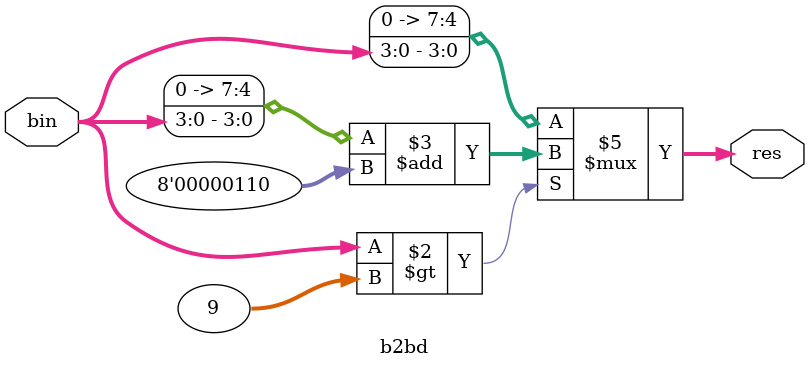
<source format=v>

module b2bd (bin,res);
(* altera_attribute= " -name IO_STANDARD\"2.5 V\"", chip_pin="49, 46, 25, 24" *)
input [3:0] bin;
(* altera_attribute= " -name IO_STANDARD\"3.3-V LVTTL\"", chip_pin="65, 66, 67, 68, 69, 70, 71, 72" *)
output reg [7:0] res;

always @* begin
	res=bin;
	
	if(bin > 9)
		res=res+8'd6;	
end 

endmodule 

</source>
